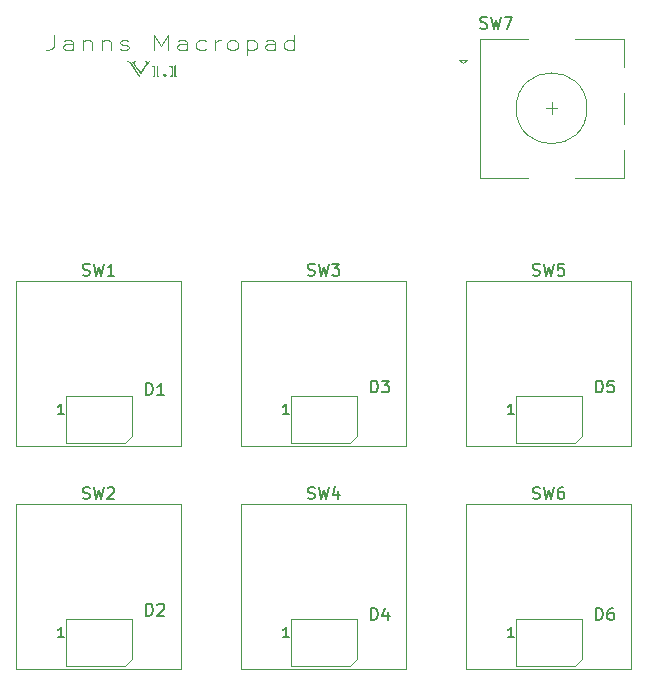
<source format=gbr>
%TF.GenerationSoftware,KiCad,Pcbnew,9.0.6*%
%TF.CreationDate,2026-01-03T09:42:59+01:00*%
%TF.ProjectId,Macropad,4d616372-6f70-4616-942e-6b696361645f,rev?*%
%TF.SameCoordinates,Original*%
%TF.FileFunction,Legend,Top*%
%TF.FilePolarity,Positive*%
%FSLAX46Y46*%
G04 Gerber Fmt 4.6, Leading zero omitted, Abs format (unit mm)*
G04 Created by KiCad (PCBNEW 9.0.6) date 2026-01-03 09:42:59*
%MOMM*%
%LPD*%
G01*
G04 APERTURE LIST*
%ADD10C,0.100000*%
%ADD11C,0.150000*%
%ADD12C,0.120000*%
G04 APERTURE END LIST*
D10*
X153397122Y-60481876D02*
X153397122Y-61389019D01*
X153397122Y-61389019D02*
X153312455Y-61570447D01*
X153312455Y-61570447D02*
X153143122Y-61691400D01*
X153143122Y-61691400D02*
X152889122Y-61751876D01*
X152889122Y-61751876D02*
X152719789Y-61751876D01*
X155005789Y-61751876D02*
X155005789Y-61086638D01*
X155005789Y-61086638D02*
X154921122Y-60965685D01*
X154921122Y-60965685D02*
X154751789Y-60905209D01*
X154751789Y-60905209D02*
X154413122Y-60905209D01*
X154413122Y-60905209D02*
X154243789Y-60965685D01*
X155005789Y-61691400D02*
X154836456Y-61751876D01*
X154836456Y-61751876D02*
X154413122Y-61751876D01*
X154413122Y-61751876D02*
X154243789Y-61691400D01*
X154243789Y-61691400D02*
X154159122Y-61570447D01*
X154159122Y-61570447D02*
X154159122Y-61449495D01*
X154159122Y-61449495D02*
X154243789Y-61328542D01*
X154243789Y-61328542D02*
X154413122Y-61268066D01*
X154413122Y-61268066D02*
X154836456Y-61268066D01*
X154836456Y-61268066D02*
X155005789Y-61207590D01*
X155852456Y-60905209D02*
X155852456Y-61751876D01*
X155852456Y-61026161D02*
X155937123Y-60965685D01*
X155937123Y-60965685D02*
X156106456Y-60905209D01*
X156106456Y-60905209D02*
X156360456Y-60905209D01*
X156360456Y-60905209D02*
X156529789Y-60965685D01*
X156529789Y-60965685D02*
X156614456Y-61086638D01*
X156614456Y-61086638D02*
X156614456Y-61751876D01*
X157461123Y-60905209D02*
X157461123Y-61751876D01*
X157461123Y-61026161D02*
X157545790Y-60965685D01*
X157545790Y-60965685D02*
X157715123Y-60905209D01*
X157715123Y-60905209D02*
X157969123Y-60905209D01*
X157969123Y-60905209D02*
X158138456Y-60965685D01*
X158138456Y-60965685D02*
X158223123Y-61086638D01*
X158223123Y-61086638D02*
X158223123Y-61751876D01*
X158985123Y-61691400D02*
X159154457Y-61751876D01*
X159154457Y-61751876D02*
X159493123Y-61751876D01*
X159493123Y-61751876D02*
X159662457Y-61691400D01*
X159662457Y-61691400D02*
X159747123Y-61570447D01*
X159747123Y-61570447D02*
X159747123Y-61509971D01*
X159747123Y-61509971D02*
X159662457Y-61389019D01*
X159662457Y-61389019D02*
X159493123Y-61328542D01*
X159493123Y-61328542D02*
X159239123Y-61328542D01*
X159239123Y-61328542D02*
X159069790Y-61268066D01*
X159069790Y-61268066D02*
X158985123Y-61147114D01*
X158985123Y-61147114D02*
X158985123Y-61086638D01*
X158985123Y-61086638D02*
X159069790Y-60965685D01*
X159069790Y-60965685D02*
X159239123Y-60905209D01*
X159239123Y-60905209D02*
X159493123Y-60905209D01*
X159493123Y-60905209D02*
X159662457Y-60965685D01*
X161863790Y-61751876D02*
X161863790Y-60481876D01*
X161863790Y-60481876D02*
X162456457Y-61389019D01*
X162456457Y-61389019D02*
X163049123Y-60481876D01*
X163049123Y-60481876D02*
X163049123Y-61751876D01*
X164657790Y-61751876D02*
X164657790Y-61086638D01*
X164657790Y-61086638D02*
X164573123Y-60965685D01*
X164573123Y-60965685D02*
X164403790Y-60905209D01*
X164403790Y-60905209D02*
X164065123Y-60905209D01*
X164065123Y-60905209D02*
X163895790Y-60965685D01*
X164657790Y-61691400D02*
X164488457Y-61751876D01*
X164488457Y-61751876D02*
X164065123Y-61751876D01*
X164065123Y-61751876D02*
X163895790Y-61691400D01*
X163895790Y-61691400D02*
X163811123Y-61570447D01*
X163811123Y-61570447D02*
X163811123Y-61449495D01*
X163811123Y-61449495D02*
X163895790Y-61328542D01*
X163895790Y-61328542D02*
X164065123Y-61268066D01*
X164065123Y-61268066D02*
X164488457Y-61268066D01*
X164488457Y-61268066D02*
X164657790Y-61207590D01*
X166266457Y-61691400D02*
X166097124Y-61751876D01*
X166097124Y-61751876D02*
X165758457Y-61751876D01*
X165758457Y-61751876D02*
X165589124Y-61691400D01*
X165589124Y-61691400D02*
X165504457Y-61630923D01*
X165504457Y-61630923D02*
X165419790Y-61509971D01*
X165419790Y-61509971D02*
X165419790Y-61147114D01*
X165419790Y-61147114D02*
X165504457Y-61026161D01*
X165504457Y-61026161D02*
X165589124Y-60965685D01*
X165589124Y-60965685D02*
X165758457Y-60905209D01*
X165758457Y-60905209D02*
X166097124Y-60905209D01*
X166097124Y-60905209D02*
X166266457Y-60965685D01*
X167028457Y-61751876D02*
X167028457Y-60905209D01*
X167028457Y-61147114D02*
X167113124Y-61026161D01*
X167113124Y-61026161D02*
X167197790Y-60965685D01*
X167197790Y-60965685D02*
X167367124Y-60905209D01*
X167367124Y-60905209D02*
X167536457Y-60905209D01*
X168383124Y-61751876D02*
X168213791Y-61691400D01*
X168213791Y-61691400D02*
X168129124Y-61630923D01*
X168129124Y-61630923D02*
X168044457Y-61509971D01*
X168044457Y-61509971D02*
X168044457Y-61147114D01*
X168044457Y-61147114D02*
X168129124Y-61026161D01*
X168129124Y-61026161D02*
X168213791Y-60965685D01*
X168213791Y-60965685D02*
X168383124Y-60905209D01*
X168383124Y-60905209D02*
X168637124Y-60905209D01*
X168637124Y-60905209D02*
X168806457Y-60965685D01*
X168806457Y-60965685D02*
X168891124Y-61026161D01*
X168891124Y-61026161D02*
X168975791Y-61147114D01*
X168975791Y-61147114D02*
X168975791Y-61509971D01*
X168975791Y-61509971D02*
X168891124Y-61630923D01*
X168891124Y-61630923D02*
X168806457Y-61691400D01*
X168806457Y-61691400D02*
X168637124Y-61751876D01*
X168637124Y-61751876D02*
X168383124Y-61751876D01*
X169737791Y-60905209D02*
X169737791Y-62175209D01*
X169737791Y-60965685D02*
X169907124Y-60905209D01*
X169907124Y-60905209D02*
X170245791Y-60905209D01*
X170245791Y-60905209D02*
X170415124Y-60965685D01*
X170415124Y-60965685D02*
X170499791Y-61026161D01*
X170499791Y-61026161D02*
X170584458Y-61147114D01*
X170584458Y-61147114D02*
X170584458Y-61509971D01*
X170584458Y-61509971D02*
X170499791Y-61630923D01*
X170499791Y-61630923D02*
X170415124Y-61691400D01*
X170415124Y-61691400D02*
X170245791Y-61751876D01*
X170245791Y-61751876D02*
X169907124Y-61751876D01*
X169907124Y-61751876D02*
X169737791Y-61691400D01*
X172108458Y-61751876D02*
X172108458Y-61086638D01*
X172108458Y-61086638D02*
X172023791Y-60965685D01*
X172023791Y-60965685D02*
X171854458Y-60905209D01*
X171854458Y-60905209D02*
X171515791Y-60905209D01*
X171515791Y-60905209D02*
X171346458Y-60965685D01*
X172108458Y-61691400D02*
X171939125Y-61751876D01*
X171939125Y-61751876D02*
X171515791Y-61751876D01*
X171515791Y-61751876D02*
X171346458Y-61691400D01*
X171346458Y-61691400D02*
X171261791Y-61570447D01*
X171261791Y-61570447D02*
X171261791Y-61449495D01*
X171261791Y-61449495D02*
X171346458Y-61328542D01*
X171346458Y-61328542D02*
X171515791Y-61268066D01*
X171515791Y-61268066D02*
X171939125Y-61268066D01*
X171939125Y-61268066D02*
X172108458Y-61207590D01*
X173717125Y-61751876D02*
X173717125Y-60481876D01*
X173717125Y-61691400D02*
X173547792Y-61751876D01*
X173547792Y-61751876D02*
X173209125Y-61751876D01*
X173209125Y-61751876D02*
X173039792Y-61691400D01*
X173039792Y-61691400D02*
X172955125Y-61630923D01*
X172955125Y-61630923D02*
X172870458Y-61509971D01*
X172870458Y-61509971D02*
X172870458Y-61147114D01*
X172870458Y-61147114D02*
X172955125Y-61026161D01*
X172955125Y-61026161D02*
X173039792Y-60965685D01*
X173039792Y-60965685D02*
X173209125Y-60905209D01*
X173209125Y-60905209D02*
X173547792Y-60905209D01*
X173547792Y-60905209D02*
X173717125Y-60965685D01*
G36*
X160351386Y-63052938D02*
G01*
X160735948Y-63623235D01*
X161095802Y-63031116D01*
X161156287Y-62913565D01*
X161171445Y-62845903D01*
X161157824Y-62788977D01*
X161119162Y-62748257D01*
X161050941Y-62719966D01*
X161050941Y-62699121D01*
X161137350Y-62706070D01*
X161324248Y-62713018D01*
X161554350Y-62699121D01*
X161554350Y-62719966D01*
X161460677Y-62760383D01*
X161389124Y-62810727D01*
X161323976Y-62884642D01*
X161220861Y-63040561D01*
X160735948Y-63831681D01*
X159991531Y-62713018D01*
X160326677Y-62699121D01*
X160326677Y-62719966D01*
X160275641Y-62739006D01*
X160247107Y-62767197D01*
X160237094Y-62807145D01*
X160245942Y-62855825D01*
X160279658Y-62933799D01*
X160351386Y-63052938D01*
G37*
G36*
X159866473Y-62713018D02*
G01*
X160678802Y-63931888D01*
X160624693Y-64019283D01*
X160599984Y-64019283D01*
X159908159Y-62985953D01*
X159818613Y-62869711D01*
X159734147Y-62792183D01*
X159653973Y-62744448D01*
X159576187Y-62719966D01*
X159576187Y-62699121D01*
X159866473Y-62713018D01*
G37*
G36*
X161975768Y-63081274D02*
G01*
X161975768Y-63991491D01*
X161768855Y-63998439D01*
X161726341Y-64001913D01*
X161687691Y-64004518D01*
X161656081Y-64005387D01*
X161656081Y-63984542D01*
X161725917Y-63966302D01*
X161781140Y-63934711D01*
X161820741Y-63895996D01*
X161844498Y-63855675D01*
X161854967Y-63809449D01*
X161859957Y-63703791D01*
X161859957Y-63364631D01*
X161856350Y-63262892D01*
X161849191Y-63223712D01*
X161830571Y-63195846D01*
X161793563Y-63172686D01*
X161740972Y-63158258D01*
X161656081Y-63150756D01*
X161656081Y-63129911D01*
X161843900Y-63107612D01*
X161975768Y-63081274D01*
G37*
G36*
X162080812Y-63991491D02*
G01*
X162080812Y-63058258D01*
X162193585Y-63019391D01*
X162193585Y-63754817D01*
X162208242Y-63851793D01*
X162246783Y-63917359D01*
X162306311Y-63960415D01*
X162391250Y-63984542D01*
X162391250Y-64005387D01*
X162162666Y-63991491D01*
X162080812Y-63991491D01*
G37*
G36*
X162534667Y-63846772D02*
G01*
X162611828Y-63783044D01*
X162834200Y-63957292D01*
X162757039Y-64019283D01*
X162534667Y-63846772D01*
G37*
G36*
X162678360Y-63733864D02*
G01*
X162755521Y-63671872D01*
X162977894Y-63844384D01*
X162900733Y-63906266D01*
X162678360Y-63733864D01*
G37*
G36*
X163457699Y-63081274D02*
G01*
X163457699Y-63991491D01*
X163250786Y-63998439D01*
X163208272Y-64001913D01*
X163169623Y-64004518D01*
X163138013Y-64005387D01*
X163138013Y-63984542D01*
X163207848Y-63966302D01*
X163263071Y-63934711D01*
X163302672Y-63895996D01*
X163326429Y-63855675D01*
X163336898Y-63809449D01*
X163341889Y-63703791D01*
X163341889Y-63364631D01*
X163338281Y-63262892D01*
X163331122Y-63223712D01*
X163312503Y-63195846D01*
X163275495Y-63172686D01*
X163222903Y-63158258D01*
X163138013Y-63150756D01*
X163138013Y-63129911D01*
X163325832Y-63107612D01*
X163457699Y-63081274D01*
G37*
G36*
X163562743Y-63991491D02*
G01*
X163562743Y-63058258D01*
X163675517Y-63019391D01*
X163675517Y-63754817D01*
X163690174Y-63851793D01*
X163728715Y-63917359D01*
X163788242Y-63960415D01*
X163873181Y-63984542D01*
X163873181Y-64005387D01*
X163644597Y-63991491D01*
X163562743Y-63991491D01*
G37*
D11*
X174879167Y-80798200D02*
X175022024Y-80845819D01*
X175022024Y-80845819D02*
X175260119Y-80845819D01*
X175260119Y-80845819D02*
X175355357Y-80798200D01*
X175355357Y-80798200D02*
X175402976Y-80750580D01*
X175402976Y-80750580D02*
X175450595Y-80655342D01*
X175450595Y-80655342D02*
X175450595Y-80560104D01*
X175450595Y-80560104D02*
X175402976Y-80464866D01*
X175402976Y-80464866D02*
X175355357Y-80417247D01*
X175355357Y-80417247D02*
X175260119Y-80369628D01*
X175260119Y-80369628D02*
X175069643Y-80322009D01*
X175069643Y-80322009D02*
X174974405Y-80274390D01*
X174974405Y-80274390D02*
X174926786Y-80226771D01*
X174926786Y-80226771D02*
X174879167Y-80131533D01*
X174879167Y-80131533D02*
X174879167Y-80036295D01*
X174879167Y-80036295D02*
X174926786Y-79941057D01*
X174926786Y-79941057D02*
X174974405Y-79893438D01*
X174974405Y-79893438D02*
X175069643Y-79845819D01*
X175069643Y-79845819D02*
X175307738Y-79845819D01*
X175307738Y-79845819D02*
X175450595Y-79893438D01*
X175783929Y-79845819D02*
X176022024Y-80845819D01*
X176022024Y-80845819D02*
X176212500Y-80131533D01*
X176212500Y-80131533D02*
X176402976Y-80845819D01*
X176402976Y-80845819D02*
X176641072Y-79845819D01*
X176926786Y-79845819D02*
X177545833Y-79845819D01*
X177545833Y-79845819D02*
X177212500Y-80226771D01*
X177212500Y-80226771D02*
X177355357Y-80226771D01*
X177355357Y-80226771D02*
X177450595Y-80274390D01*
X177450595Y-80274390D02*
X177498214Y-80322009D01*
X177498214Y-80322009D02*
X177545833Y-80417247D01*
X177545833Y-80417247D02*
X177545833Y-80655342D01*
X177545833Y-80655342D02*
X177498214Y-80750580D01*
X177498214Y-80750580D02*
X177450595Y-80798200D01*
X177450595Y-80798200D02*
X177355357Y-80845819D01*
X177355357Y-80845819D02*
X177069643Y-80845819D01*
X177069643Y-80845819D02*
X176974405Y-80798200D01*
X176974405Y-80798200D02*
X176926786Y-80750580D01*
X180236905Y-90732319D02*
X180236905Y-89732319D01*
X180236905Y-89732319D02*
X180475000Y-89732319D01*
X180475000Y-89732319D02*
X180617857Y-89779938D01*
X180617857Y-89779938D02*
X180713095Y-89875176D01*
X180713095Y-89875176D02*
X180760714Y-89970414D01*
X180760714Y-89970414D02*
X180808333Y-90160890D01*
X180808333Y-90160890D02*
X180808333Y-90303747D01*
X180808333Y-90303747D02*
X180760714Y-90494223D01*
X180760714Y-90494223D02*
X180713095Y-90589461D01*
X180713095Y-90589461D02*
X180617857Y-90684700D01*
X180617857Y-90684700D02*
X180475000Y-90732319D01*
X180475000Y-90732319D02*
X180236905Y-90732319D01*
X181141667Y-89732319D02*
X181760714Y-89732319D01*
X181760714Y-89732319D02*
X181427381Y-90113271D01*
X181427381Y-90113271D02*
X181570238Y-90113271D01*
X181570238Y-90113271D02*
X181665476Y-90160890D01*
X181665476Y-90160890D02*
X181713095Y-90208509D01*
X181713095Y-90208509D02*
X181760714Y-90303747D01*
X181760714Y-90303747D02*
X181760714Y-90541842D01*
X181760714Y-90541842D02*
X181713095Y-90637080D01*
X181713095Y-90637080D02*
X181665476Y-90684700D01*
X181665476Y-90684700D02*
X181570238Y-90732319D01*
X181570238Y-90732319D02*
X181284524Y-90732319D01*
X181284524Y-90732319D02*
X181189286Y-90684700D01*
X181189286Y-90684700D02*
X181141667Y-90637080D01*
X173241071Y-92514795D02*
X172783928Y-92514795D01*
X173012500Y-92514795D02*
X173012500Y-91714795D01*
X173012500Y-91714795D02*
X172936309Y-91829080D01*
X172936309Y-91829080D02*
X172860119Y-91905271D01*
X172860119Y-91905271D02*
X172783928Y-91943366D01*
X189479167Y-59882200D02*
X189622024Y-59929819D01*
X189622024Y-59929819D02*
X189860119Y-59929819D01*
X189860119Y-59929819D02*
X189955357Y-59882200D01*
X189955357Y-59882200D02*
X190002976Y-59834580D01*
X190002976Y-59834580D02*
X190050595Y-59739342D01*
X190050595Y-59739342D02*
X190050595Y-59644104D01*
X190050595Y-59644104D02*
X190002976Y-59548866D01*
X190002976Y-59548866D02*
X189955357Y-59501247D01*
X189955357Y-59501247D02*
X189860119Y-59453628D01*
X189860119Y-59453628D02*
X189669643Y-59406009D01*
X189669643Y-59406009D02*
X189574405Y-59358390D01*
X189574405Y-59358390D02*
X189526786Y-59310771D01*
X189526786Y-59310771D02*
X189479167Y-59215533D01*
X189479167Y-59215533D02*
X189479167Y-59120295D01*
X189479167Y-59120295D02*
X189526786Y-59025057D01*
X189526786Y-59025057D02*
X189574405Y-58977438D01*
X189574405Y-58977438D02*
X189669643Y-58929819D01*
X189669643Y-58929819D02*
X189907738Y-58929819D01*
X189907738Y-58929819D02*
X190050595Y-58977438D01*
X190383929Y-58929819D02*
X190622024Y-59929819D01*
X190622024Y-59929819D02*
X190812500Y-59215533D01*
X190812500Y-59215533D02*
X191002976Y-59929819D01*
X191002976Y-59929819D02*
X191241072Y-58929819D01*
X191526786Y-58929819D02*
X192193452Y-58929819D01*
X192193452Y-58929819D02*
X191764881Y-59929819D01*
X180236905Y-109992319D02*
X180236905Y-108992319D01*
X180236905Y-108992319D02*
X180475000Y-108992319D01*
X180475000Y-108992319D02*
X180617857Y-109039938D01*
X180617857Y-109039938D02*
X180713095Y-109135176D01*
X180713095Y-109135176D02*
X180760714Y-109230414D01*
X180760714Y-109230414D02*
X180808333Y-109420890D01*
X180808333Y-109420890D02*
X180808333Y-109563747D01*
X180808333Y-109563747D02*
X180760714Y-109754223D01*
X180760714Y-109754223D02*
X180713095Y-109849461D01*
X180713095Y-109849461D02*
X180617857Y-109944700D01*
X180617857Y-109944700D02*
X180475000Y-109992319D01*
X180475000Y-109992319D02*
X180236905Y-109992319D01*
X181665476Y-109325652D02*
X181665476Y-109992319D01*
X181427381Y-108944700D02*
X181189286Y-109658985D01*
X181189286Y-109658985D02*
X181808333Y-109658985D01*
X173241071Y-111406045D02*
X172783928Y-111406045D01*
X173012500Y-111406045D02*
X173012500Y-110606045D01*
X173012500Y-110606045D02*
X172936309Y-110720330D01*
X172936309Y-110720330D02*
X172860119Y-110796521D01*
X172860119Y-110796521D02*
X172783928Y-110834616D01*
X155829167Y-99689450D02*
X155972024Y-99737069D01*
X155972024Y-99737069D02*
X156210119Y-99737069D01*
X156210119Y-99737069D02*
X156305357Y-99689450D01*
X156305357Y-99689450D02*
X156352976Y-99641830D01*
X156352976Y-99641830D02*
X156400595Y-99546592D01*
X156400595Y-99546592D02*
X156400595Y-99451354D01*
X156400595Y-99451354D02*
X156352976Y-99356116D01*
X156352976Y-99356116D02*
X156305357Y-99308497D01*
X156305357Y-99308497D02*
X156210119Y-99260878D01*
X156210119Y-99260878D02*
X156019643Y-99213259D01*
X156019643Y-99213259D02*
X155924405Y-99165640D01*
X155924405Y-99165640D02*
X155876786Y-99118021D01*
X155876786Y-99118021D02*
X155829167Y-99022783D01*
X155829167Y-99022783D02*
X155829167Y-98927545D01*
X155829167Y-98927545D02*
X155876786Y-98832307D01*
X155876786Y-98832307D02*
X155924405Y-98784688D01*
X155924405Y-98784688D02*
X156019643Y-98737069D01*
X156019643Y-98737069D02*
X156257738Y-98737069D01*
X156257738Y-98737069D02*
X156400595Y-98784688D01*
X156733929Y-98737069D02*
X156972024Y-99737069D01*
X156972024Y-99737069D02*
X157162500Y-99022783D01*
X157162500Y-99022783D02*
X157352976Y-99737069D01*
X157352976Y-99737069D02*
X157591072Y-98737069D01*
X157924405Y-98832307D02*
X157972024Y-98784688D01*
X157972024Y-98784688D02*
X158067262Y-98737069D01*
X158067262Y-98737069D02*
X158305357Y-98737069D01*
X158305357Y-98737069D02*
X158400595Y-98784688D01*
X158400595Y-98784688D02*
X158448214Y-98832307D01*
X158448214Y-98832307D02*
X158495833Y-98927545D01*
X158495833Y-98927545D02*
X158495833Y-99022783D01*
X158495833Y-99022783D02*
X158448214Y-99165640D01*
X158448214Y-99165640D02*
X157876786Y-99737069D01*
X157876786Y-99737069D02*
X158495833Y-99737069D01*
X174879167Y-99689450D02*
X175022024Y-99737069D01*
X175022024Y-99737069D02*
X175260119Y-99737069D01*
X175260119Y-99737069D02*
X175355357Y-99689450D01*
X175355357Y-99689450D02*
X175402976Y-99641830D01*
X175402976Y-99641830D02*
X175450595Y-99546592D01*
X175450595Y-99546592D02*
X175450595Y-99451354D01*
X175450595Y-99451354D02*
X175402976Y-99356116D01*
X175402976Y-99356116D02*
X175355357Y-99308497D01*
X175355357Y-99308497D02*
X175260119Y-99260878D01*
X175260119Y-99260878D02*
X175069643Y-99213259D01*
X175069643Y-99213259D02*
X174974405Y-99165640D01*
X174974405Y-99165640D02*
X174926786Y-99118021D01*
X174926786Y-99118021D02*
X174879167Y-99022783D01*
X174879167Y-99022783D02*
X174879167Y-98927545D01*
X174879167Y-98927545D02*
X174926786Y-98832307D01*
X174926786Y-98832307D02*
X174974405Y-98784688D01*
X174974405Y-98784688D02*
X175069643Y-98737069D01*
X175069643Y-98737069D02*
X175307738Y-98737069D01*
X175307738Y-98737069D02*
X175450595Y-98784688D01*
X175783929Y-98737069D02*
X176022024Y-99737069D01*
X176022024Y-99737069D02*
X176212500Y-99022783D01*
X176212500Y-99022783D02*
X176402976Y-99737069D01*
X176402976Y-99737069D02*
X176641072Y-98737069D01*
X177450595Y-99070402D02*
X177450595Y-99737069D01*
X177212500Y-98689450D02*
X176974405Y-99403735D01*
X176974405Y-99403735D02*
X177593452Y-99403735D01*
X193929167Y-99689450D02*
X194072024Y-99737069D01*
X194072024Y-99737069D02*
X194310119Y-99737069D01*
X194310119Y-99737069D02*
X194405357Y-99689450D01*
X194405357Y-99689450D02*
X194452976Y-99641830D01*
X194452976Y-99641830D02*
X194500595Y-99546592D01*
X194500595Y-99546592D02*
X194500595Y-99451354D01*
X194500595Y-99451354D02*
X194452976Y-99356116D01*
X194452976Y-99356116D02*
X194405357Y-99308497D01*
X194405357Y-99308497D02*
X194310119Y-99260878D01*
X194310119Y-99260878D02*
X194119643Y-99213259D01*
X194119643Y-99213259D02*
X194024405Y-99165640D01*
X194024405Y-99165640D02*
X193976786Y-99118021D01*
X193976786Y-99118021D02*
X193929167Y-99022783D01*
X193929167Y-99022783D02*
X193929167Y-98927545D01*
X193929167Y-98927545D02*
X193976786Y-98832307D01*
X193976786Y-98832307D02*
X194024405Y-98784688D01*
X194024405Y-98784688D02*
X194119643Y-98737069D01*
X194119643Y-98737069D02*
X194357738Y-98737069D01*
X194357738Y-98737069D02*
X194500595Y-98784688D01*
X194833929Y-98737069D02*
X195072024Y-99737069D01*
X195072024Y-99737069D02*
X195262500Y-99022783D01*
X195262500Y-99022783D02*
X195452976Y-99737069D01*
X195452976Y-99737069D02*
X195691072Y-98737069D01*
X196500595Y-98737069D02*
X196310119Y-98737069D01*
X196310119Y-98737069D02*
X196214881Y-98784688D01*
X196214881Y-98784688D02*
X196167262Y-98832307D01*
X196167262Y-98832307D02*
X196072024Y-98975164D01*
X196072024Y-98975164D02*
X196024405Y-99165640D01*
X196024405Y-99165640D02*
X196024405Y-99546592D01*
X196024405Y-99546592D02*
X196072024Y-99641830D01*
X196072024Y-99641830D02*
X196119643Y-99689450D01*
X196119643Y-99689450D02*
X196214881Y-99737069D01*
X196214881Y-99737069D02*
X196405357Y-99737069D01*
X196405357Y-99737069D02*
X196500595Y-99689450D01*
X196500595Y-99689450D02*
X196548214Y-99641830D01*
X196548214Y-99641830D02*
X196595833Y-99546592D01*
X196595833Y-99546592D02*
X196595833Y-99308497D01*
X196595833Y-99308497D02*
X196548214Y-99213259D01*
X196548214Y-99213259D02*
X196500595Y-99165640D01*
X196500595Y-99165640D02*
X196405357Y-99118021D01*
X196405357Y-99118021D02*
X196214881Y-99118021D01*
X196214881Y-99118021D02*
X196119643Y-99165640D01*
X196119643Y-99165640D02*
X196072024Y-99213259D01*
X196072024Y-99213259D02*
X196024405Y-99308497D01*
X199286905Y-109992319D02*
X199286905Y-108992319D01*
X199286905Y-108992319D02*
X199525000Y-108992319D01*
X199525000Y-108992319D02*
X199667857Y-109039938D01*
X199667857Y-109039938D02*
X199763095Y-109135176D01*
X199763095Y-109135176D02*
X199810714Y-109230414D01*
X199810714Y-109230414D02*
X199858333Y-109420890D01*
X199858333Y-109420890D02*
X199858333Y-109563747D01*
X199858333Y-109563747D02*
X199810714Y-109754223D01*
X199810714Y-109754223D02*
X199763095Y-109849461D01*
X199763095Y-109849461D02*
X199667857Y-109944700D01*
X199667857Y-109944700D02*
X199525000Y-109992319D01*
X199525000Y-109992319D02*
X199286905Y-109992319D01*
X200715476Y-108992319D02*
X200525000Y-108992319D01*
X200525000Y-108992319D02*
X200429762Y-109039938D01*
X200429762Y-109039938D02*
X200382143Y-109087557D01*
X200382143Y-109087557D02*
X200286905Y-109230414D01*
X200286905Y-109230414D02*
X200239286Y-109420890D01*
X200239286Y-109420890D02*
X200239286Y-109801842D01*
X200239286Y-109801842D02*
X200286905Y-109897080D01*
X200286905Y-109897080D02*
X200334524Y-109944700D01*
X200334524Y-109944700D02*
X200429762Y-109992319D01*
X200429762Y-109992319D02*
X200620238Y-109992319D01*
X200620238Y-109992319D02*
X200715476Y-109944700D01*
X200715476Y-109944700D02*
X200763095Y-109897080D01*
X200763095Y-109897080D02*
X200810714Y-109801842D01*
X200810714Y-109801842D02*
X200810714Y-109563747D01*
X200810714Y-109563747D02*
X200763095Y-109468509D01*
X200763095Y-109468509D02*
X200715476Y-109420890D01*
X200715476Y-109420890D02*
X200620238Y-109373271D01*
X200620238Y-109373271D02*
X200429762Y-109373271D01*
X200429762Y-109373271D02*
X200334524Y-109420890D01*
X200334524Y-109420890D02*
X200286905Y-109468509D01*
X200286905Y-109468509D02*
X200239286Y-109563747D01*
X192291071Y-111406045D02*
X191833928Y-111406045D01*
X192062500Y-111406045D02*
X192062500Y-110606045D01*
X192062500Y-110606045D02*
X191986309Y-110720330D01*
X191986309Y-110720330D02*
X191910119Y-110796521D01*
X191910119Y-110796521D02*
X191833928Y-110834616D01*
X161186905Y-90942319D02*
X161186905Y-89942319D01*
X161186905Y-89942319D02*
X161425000Y-89942319D01*
X161425000Y-89942319D02*
X161567857Y-89989938D01*
X161567857Y-89989938D02*
X161663095Y-90085176D01*
X161663095Y-90085176D02*
X161710714Y-90180414D01*
X161710714Y-90180414D02*
X161758333Y-90370890D01*
X161758333Y-90370890D02*
X161758333Y-90513747D01*
X161758333Y-90513747D02*
X161710714Y-90704223D01*
X161710714Y-90704223D02*
X161663095Y-90799461D01*
X161663095Y-90799461D02*
X161567857Y-90894700D01*
X161567857Y-90894700D02*
X161425000Y-90942319D01*
X161425000Y-90942319D02*
X161186905Y-90942319D01*
X162710714Y-90942319D02*
X162139286Y-90942319D01*
X162425000Y-90942319D02*
X162425000Y-89942319D01*
X162425000Y-89942319D02*
X162329762Y-90085176D01*
X162329762Y-90085176D02*
X162234524Y-90180414D01*
X162234524Y-90180414D02*
X162139286Y-90228033D01*
X154191071Y-92514795D02*
X153733928Y-92514795D01*
X153962500Y-92514795D02*
X153962500Y-91714795D01*
X153962500Y-91714795D02*
X153886309Y-91829080D01*
X153886309Y-91829080D02*
X153810119Y-91905271D01*
X153810119Y-91905271D02*
X153733928Y-91943366D01*
X193929167Y-80798200D02*
X194072024Y-80845819D01*
X194072024Y-80845819D02*
X194310119Y-80845819D01*
X194310119Y-80845819D02*
X194405357Y-80798200D01*
X194405357Y-80798200D02*
X194452976Y-80750580D01*
X194452976Y-80750580D02*
X194500595Y-80655342D01*
X194500595Y-80655342D02*
X194500595Y-80560104D01*
X194500595Y-80560104D02*
X194452976Y-80464866D01*
X194452976Y-80464866D02*
X194405357Y-80417247D01*
X194405357Y-80417247D02*
X194310119Y-80369628D01*
X194310119Y-80369628D02*
X194119643Y-80322009D01*
X194119643Y-80322009D02*
X194024405Y-80274390D01*
X194024405Y-80274390D02*
X193976786Y-80226771D01*
X193976786Y-80226771D02*
X193929167Y-80131533D01*
X193929167Y-80131533D02*
X193929167Y-80036295D01*
X193929167Y-80036295D02*
X193976786Y-79941057D01*
X193976786Y-79941057D02*
X194024405Y-79893438D01*
X194024405Y-79893438D02*
X194119643Y-79845819D01*
X194119643Y-79845819D02*
X194357738Y-79845819D01*
X194357738Y-79845819D02*
X194500595Y-79893438D01*
X194833929Y-79845819D02*
X195072024Y-80845819D01*
X195072024Y-80845819D02*
X195262500Y-80131533D01*
X195262500Y-80131533D02*
X195452976Y-80845819D01*
X195452976Y-80845819D02*
X195691072Y-79845819D01*
X196548214Y-79845819D02*
X196072024Y-79845819D01*
X196072024Y-79845819D02*
X196024405Y-80322009D01*
X196024405Y-80322009D02*
X196072024Y-80274390D01*
X196072024Y-80274390D02*
X196167262Y-80226771D01*
X196167262Y-80226771D02*
X196405357Y-80226771D01*
X196405357Y-80226771D02*
X196500595Y-80274390D01*
X196500595Y-80274390D02*
X196548214Y-80322009D01*
X196548214Y-80322009D02*
X196595833Y-80417247D01*
X196595833Y-80417247D02*
X196595833Y-80655342D01*
X196595833Y-80655342D02*
X196548214Y-80750580D01*
X196548214Y-80750580D02*
X196500595Y-80798200D01*
X196500595Y-80798200D02*
X196405357Y-80845819D01*
X196405357Y-80845819D02*
X196167262Y-80845819D01*
X196167262Y-80845819D02*
X196072024Y-80798200D01*
X196072024Y-80798200D02*
X196024405Y-80750580D01*
X155829167Y-80798200D02*
X155972024Y-80845819D01*
X155972024Y-80845819D02*
X156210119Y-80845819D01*
X156210119Y-80845819D02*
X156305357Y-80798200D01*
X156305357Y-80798200D02*
X156352976Y-80750580D01*
X156352976Y-80750580D02*
X156400595Y-80655342D01*
X156400595Y-80655342D02*
X156400595Y-80560104D01*
X156400595Y-80560104D02*
X156352976Y-80464866D01*
X156352976Y-80464866D02*
X156305357Y-80417247D01*
X156305357Y-80417247D02*
X156210119Y-80369628D01*
X156210119Y-80369628D02*
X156019643Y-80322009D01*
X156019643Y-80322009D02*
X155924405Y-80274390D01*
X155924405Y-80274390D02*
X155876786Y-80226771D01*
X155876786Y-80226771D02*
X155829167Y-80131533D01*
X155829167Y-80131533D02*
X155829167Y-80036295D01*
X155829167Y-80036295D02*
X155876786Y-79941057D01*
X155876786Y-79941057D02*
X155924405Y-79893438D01*
X155924405Y-79893438D02*
X156019643Y-79845819D01*
X156019643Y-79845819D02*
X156257738Y-79845819D01*
X156257738Y-79845819D02*
X156400595Y-79893438D01*
X156733929Y-79845819D02*
X156972024Y-80845819D01*
X156972024Y-80845819D02*
X157162500Y-80131533D01*
X157162500Y-80131533D02*
X157352976Y-80845819D01*
X157352976Y-80845819D02*
X157591072Y-79845819D01*
X158495833Y-80845819D02*
X157924405Y-80845819D01*
X158210119Y-80845819D02*
X158210119Y-79845819D01*
X158210119Y-79845819D02*
X158114881Y-79988676D01*
X158114881Y-79988676D02*
X158019643Y-80083914D01*
X158019643Y-80083914D02*
X157924405Y-80131533D01*
X199286905Y-90732319D02*
X199286905Y-89732319D01*
X199286905Y-89732319D02*
X199525000Y-89732319D01*
X199525000Y-89732319D02*
X199667857Y-89779938D01*
X199667857Y-89779938D02*
X199763095Y-89875176D01*
X199763095Y-89875176D02*
X199810714Y-89970414D01*
X199810714Y-89970414D02*
X199858333Y-90160890D01*
X199858333Y-90160890D02*
X199858333Y-90303747D01*
X199858333Y-90303747D02*
X199810714Y-90494223D01*
X199810714Y-90494223D02*
X199763095Y-90589461D01*
X199763095Y-90589461D02*
X199667857Y-90684700D01*
X199667857Y-90684700D02*
X199525000Y-90732319D01*
X199525000Y-90732319D02*
X199286905Y-90732319D01*
X200763095Y-89732319D02*
X200286905Y-89732319D01*
X200286905Y-89732319D02*
X200239286Y-90208509D01*
X200239286Y-90208509D02*
X200286905Y-90160890D01*
X200286905Y-90160890D02*
X200382143Y-90113271D01*
X200382143Y-90113271D02*
X200620238Y-90113271D01*
X200620238Y-90113271D02*
X200715476Y-90160890D01*
X200715476Y-90160890D02*
X200763095Y-90208509D01*
X200763095Y-90208509D02*
X200810714Y-90303747D01*
X200810714Y-90303747D02*
X200810714Y-90541842D01*
X200810714Y-90541842D02*
X200763095Y-90637080D01*
X200763095Y-90637080D02*
X200715476Y-90684700D01*
X200715476Y-90684700D02*
X200620238Y-90732319D01*
X200620238Y-90732319D02*
X200382143Y-90732319D01*
X200382143Y-90732319D02*
X200286905Y-90684700D01*
X200286905Y-90684700D02*
X200239286Y-90637080D01*
X192291071Y-92514795D02*
X191833928Y-92514795D01*
X192062500Y-92514795D02*
X192062500Y-91714795D01*
X192062500Y-91714795D02*
X191986309Y-91829080D01*
X191986309Y-91829080D02*
X191910119Y-91905271D01*
X191910119Y-91905271D02*
X191833928Y-91943366D01*
X161186905Y-109623569D02*
X161186905Y-108623569D01*
X161186905Y-108623569D02*
X161425000Y-108623569D01*
X161425000Y-108623569D02*
X161567857Y-108671188D01*
X161567857Y-108671188D02*
X161663095Y-108766426D01*
X161663095Y-108766426D02*
X161710714Y-108861664D01*
X161710714Y-108861664D02*
X161758333Y-109052140D01*
X161758333Y-109052140D02*
X161758333Y-109194997D01*
X161758333Y-109194997D02*
X161710714Y-109385473D01*
X161710714Y-109385473D02*
X161663095Y-109480711D01*
X161663095Y-109480711D02*
X161567857Y-109575950D01*
X161567857Y-109575950D02*
X161425000Y-109623569D01*
X161425000Y-109623569D02*
X161186905Y-109623569D01*
X162139286Y-108718807D02*
X162186905Y-108671188D01*
X162186905Y-108671188D02*
X162282143Y-108623569D01*
X162282143Y-108623569D02*
X162520238Y-108623569D01*
X162520238Y-108623569D02*
X162615476Y-108671188D01*
X162615476Y-108671188D02*
X162663095Y-108718807D01*
X162663095Y-108718807D02*
X162710714Y-108814045D01*
X162710714Y-108814045D02*
X162710714Y-108909283D01*
X162710714Y-108909283D02*
X162663095Y-109052140D01*
X162663095Y-109052140D02*
X162091667Y-109623569D01*
X162091667Y-109623569D02*
X162710714Y-109623569D01*
X154191071Y-111406045D02*
X153733928Y-111406045D01*
X153962500Y-111406045D02*
X153962500Y-110606045D01*
X153962500Y-110606045D02*
X153886309Y-110720330D01*
X153886309Y-110720330D02*
X153810119Y-110796521D01*
X153810119Y-110796521D02*
X153733928Y-110834616D01*
D12*
%TO.C,SW3*%
X169227500Y-81280000D02*
X183197500Y-81280000D01*
X169227500Y-95250000D02*
X169227500Y-81280000D01*
X183197500Y-81280000D02*
X183197500Y-95250000D01*
X183197500Y-95250000D02*
X169227500Y-95250000D01*
%TO.C,D3*%
X173412500Y-91027500D02*
X173412500Y-95027500D01*
X173412500Y-91027500D02*
X179012500Y-91027500D01*
X173412500Y-95027500D02*
X178412500Y-95027500D01*
X179012500Y-94427500D02*
X178412500Y-95027500D01*
X179012500Y-94427500D02*
X179012500Y-91027500D01*
%TO.C,SW7*%
X187712500Y-62575000D02*
X188312500Y-62575000D01*
X188012500Y-62875000D02*
X187712500Y-62575000D01*
X188312500Y-62575000D02*
X188012500Y-62875000D01*
X189412500Y-60775000D02*
X189412500Y-72575000D01*
X193512500Y-60775000D02*
X189412500Y-60775000D01*
X193512500Y-72575000D02*
X189412500Y-72575000D01*
X195012500Y-66675000D02*
X196012500Y-66675000D01*
X195512500Y-66175000D02*
X195512500Y-67175000D01*
X197512500Y-60775000D02*
X201612500Y-60775000D01*
X201612500Y-60775000D02*
X201612500Y-63175000D01*
X201612500Y-65375000D02*
X201612500Y-67975000D01*
X201612500Y-70175000D02*
X201612500Y-72575000D01*
X201612500Y-72575000D02*
X197512500Y-72575000D01*
X198512500Y-66675000D02*
G75*
G02*
X192512500Y-66675000I-3000000J0D01*
G01*
X192512500Y-66675000D02*
G75*
G02*
X198512500Y-66675000I3000000J0D01*
G01*
%TO.C,D4*%
X173412500Y-109918750D02*
X173412500Y-113918750D01*
X173412500Y-109918750D02*
X179012500Y-109918750D01*
X173412500Y-113918750D02*
X178412500Y-113918750D01*
X179012500Y-113318750D02*
X178412500Y-113918750D01*
X179012500Y-113318750D02*
X179012500Y-109918750D01*
%TO.C,SW2*%
X150177500Y-100171250D02*
X164147500Y-100171250D01*
X150177500Y-114141250D02*
X150177500Y-100171250D01*
X164147500Y-100171250D02*
X164147500Y-114141250D01*
X164147500Y-114141250D02*
X150177500Y-114141250D01*
%TO.C,SW4*%
X169227500Y-100171250D02*
X183197500Y-100171250D01*
X169227500Y-114141250D02*
X169227500Y-100171250D01*
X183197500Y-100171250D02*
X183197500Y-114141250D01*
X183197500Y-114141250D02*
X169227500Y-114141250D01*
%TO.C,SW6*%
X188277500Y-100171250D02*
X202247500Y-100171250D01*
X188277500Y-114141250D02*
X188277500Y-100171250D01*
X202247500Y-100171250D02*
X202247500Y-114141250D01*
X202247500Y-114141250D02*
X188277500Y-114141250D01*
%TO.C,D6*%
X192462500Y-109918750D02*
X192462500Y-113918750D01*
X192462500Y-109918750D02*
X198062500Y-109918750D01*
X192462500Y-113918750D02*
X197462500Y-113918750D01*
X198062500Y-113318750D02*
X197462500Y-113918750D01*
X198062500Y-113318750D02*
X198062500Y-109918750D01*
%TO.C,D1*%
X154362500Y-91027500D02*
X154362500Y-95027500D01*
X154362500Y-91027500D02*
X159962500Y-91027500D01*
X154362500Y-95027500D02*
X159362500Y-95027500D01*
X159962500Y-94427500D02*
X159362500Y-95027500D01*
X159962500Y-94427500D02*
X159962500Y-91027500D01*
%TO.C,SW5*%
X188277500Y-81280000D02*
X202247500Y-81280000D01*
X188277500Y-95250000D02*
X188277500Y-81280000D01*
X202247500Y-81280000D02*
X202247500Y-95250000D01*
X202247500Y-95250000D02*
X188277500Y-95250000D01*
%TO.C,SW1*%
X150177500Y-81280000D02*
X164147500Y-81280000D01*
X150177500Y-95250000D02*
X150177500Y-81280000D01*
X164147500Y-81280000D02*
X164147500Y-95250000D01*
X164147500Y-95250000D02*
X150177500Y-95250000D01*
%TO.C,D5*%
X192462500Y-91027500D02*
X192462500Y-95027500D01*
X192462500Y-91027500D02*
X198062500Y-91027500D01*
X192462500Y-95027500D02*
X197462500Y-95027500D01*
X198062500Y-94427500D02*
X197462500Y-95027500D01*
X198062500Y-94427500D02*
X198062500Y-91027500D01*
%TO.C,D2*%
X154362500Y-109918750D02*
X154362500Y-113918750D01*
X154362500Y-109918750D02*
X159962500Y-109918750D01*
X154362500Y-113918750D02*
X159362500Y-113918750D01*
X159962500Y-113318750D02*
X159362500Y-113918750D01*
X159962500Y-113318750D02*
X159962500Y-109918750D01*
%TD*%
M02*

</source>
